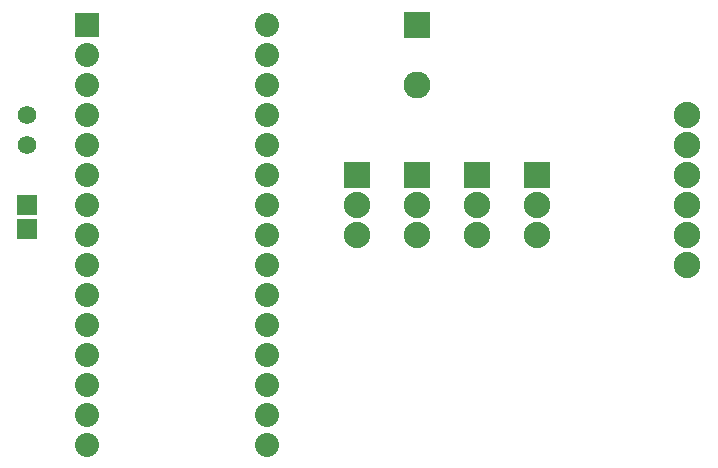
<source format=gts>
G04 MADE WITH FRITZING*
G04 WWW.FRITZING.ORG*
G04 DOUBLE SIDED*
G04 HOLES PLATED*
G04 CONTOUR ON CENTER OF CONTOUR VECTOR*
%ASAXBY*%
%FSLAX23Y23*%
%MOIN*%
%OFA0B0*%
%SFA1.0B1.0*%
%ADD10C,0.090000*%
%ADD11C,0.080000*%
%ADD12C,0.088000*%
%ADD13C,0.061496*%
%ADD14R,0.089986X0.090000*%
%ADD15R,0.079972X0.080000*%
%ADD16R,0.088000X0.088000*%
%ADD17R,0.069055X0.065118*%
%LNMASK1*%
G90*
G70*
G54D10*
X1444Y1898D03*
X1444Y1698D03*
G54D11*
X344Y1898D03*
X344Y1798D03*
X344Y1698D03*
X344Y1598D03*
X344Y1498D03*
X344Y1398D03*
X344Y1298D03*
X344Y1198D03*
X344Y1098D03*
X344Y998D03*
X344Y898D03*
X344Y798D03*
X344Y698D03*
X344Y598D03*
X344Y498D03*
X944Y1898D03*
X944Y1798D03*
X944Y1698D03*
X944Y1598D03*
X944Y1498D03*
X944Y1398D03*
X944Y1298D03*
X944Y1198D03*
X944Y1098D03*
X944Y998D03*
X944Y898D03*
X944Y798D03*
X944Y698D03*
X944Y598D03*
X944Y498D03*
G54D12*
X1844Y1398D03*
X1844Y1298D03*
X1844Y1198D03*
X1644Y1398D03*
X1644Y1298D03*
X1644Y1198D03*
X1444Y1398D03*
X1444Y1298D03*
X1444Y1198D03*
X1244Y1398D03*
X1244Y1298D03*
X1244Y1198D03*
X2344Y1598D03*
X2344Y1498D03*
X2344Y1398D03*
X2344Y1298D03*
X2344Y1198D03*
X2344Y1098D03*
X2344Y1598D03*
X2344Y1498D03*
X2344Y1398D03*
X2344Y1298D03*
X2344Y1198D03*
X2344Y1098D03*
G54D13*
X144Y1498D03*
X144Y1598D03*
X144Y1498D03*
X144Y1598D03*
G54D14*
X1444Y1898D03*
G54D15*
X344Y1898D03*
G54D16*
X1844Y1398D03*
X1644Y1398D03*
X1444Y1398D03*
X1244Y1398D03*
G54D17*
X144Y1298D03*
X144Y1217D03*
G04 End of Mask1*
M02*
</source>
